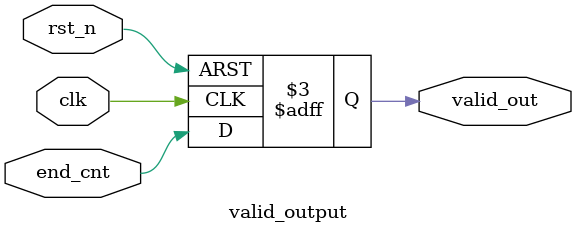
<source format=v>
`timescale 1ns/1ps

module accu (
    input               clk,
    input               rst_n,
    input       [7:0]   data_in,
    input               valid_in,

    output              valid_out,
    output      [9:0]   data_out
);

    wire [2:0] count;
    wire add_cnt;
    wire end_cnt;
    wire ready_add;
    wire [9:0] data_out_reg;

    // Instantiate the counter module
    counter u_counter (
        .clk(clk),
        .rst_n(rst_n),
        .add_cnt(add_cnt),
        .end_cnt(end_cnt),
        .count(count)
    );

    // Instantiate the data accumulation module
    data_accumulator u_data_accumulator (
        .clk(clk),
        .rst_n(rst_n),
        .data_in(data_in),
        .add_cnt(add_cnt),
		.count(count),
        .data_out(data_out_reg)
    );

    // Instantiate the valid output module
    valid_output u_valid_output (
        .clk(clk),
        .rst_n(rst_n),
        .end_cnt(end_cnt),
        .valid_out(valid_out)
    );

    assign add_cnt = ready_add;
    assign end_cnt = ready_add && (count == 'd4);
    assign ready_add = valid_in;
    assign data_out = data_out_reg;

endmodule

module counter (
    input               clk,
    input               rst_n,
    input               add_cnt,
    input               end_cnt,
    output reg [2:0]   count
);

    always @(posedge clk or negedge rst_n) begin
        if (!rst_n) begin
            count <= 0;
        end
        else if (end_cnt||count=='d4) begin
            count <= 0;
        end
        else if (add_cnt) begin
            count <= count + 1;
        end
    end

endmodule

module data_accumulator (
    input               clk,
    input               rst_n,
    input       [7:0]   data_in,
    input               add_cnt,
	input 		[2:0]  count,
    output reg [9:0]   data_out
);

    reg [9:0] data_out_reg;

    always @(posedge clk or negedge rst_n) begin
        if (!rst_n) begin
            data_out_reg <= 0;
        end
        else if (add_cnt && (count == 'd0)) begin
            data_out_reg <= data_in;
        end
        else if (add_cnt) begin
            data_out_reg <= data_out_reg + data_in;
        end
    end

    always @(posedge clk or negedge rst_n) begin
        if (!rst_n) begin
            data_out <= 0;
        end
        else begin
            data_out <= data_out_reg;
        end
    end

endmodule


module valid_output (
    input               clk,
    input               rst_n,
    input               end_cnt,
    output reg         valid_out
);

    always @(posedge clk or negedge rst_n) begin
        if (!rst_n) begin
            valid_out <= 0;
        end
        else 
            valid_out <= end_cnt;
    end

endmodule

</source>
